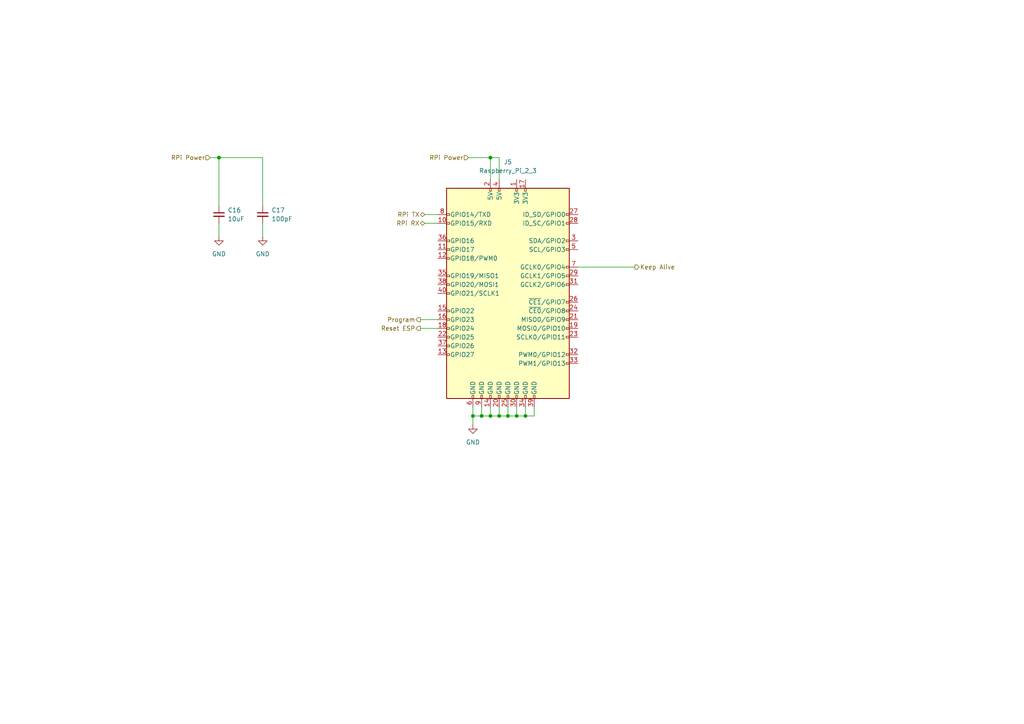
<source format=kicad_sch>
(kicad_sch (version 20210621) (generator eeschema)
  (paper "A4")
  (title_block (title "Swarmbot") (date "2021-10-10") (company "Philip McGaw"))
  (lib_symbols
    (symbol "Connector:Raspberry_Pi_2_3" (pin_names (offset 1.016))
      (property "Reference" "J" (at -17.78 31.75 0))
      (property "Value" "Raspberry_Pi_2_3" (at 10.16 -31.75 0))
      (symbol "Raspberry_Pi_2_3_0_1"
        (rectangle (start -17.78 30.48) (end 17.78 -30.48) (stroke (width 0.254)) (fill (type background)))
      )
      (symbol "Raspberry_Pi_2_3_1_1"
        (rectangle (start -16.891 -17.526) (end -17.78 -18.034))
        (rectangle (start -16.891 -14.986) (end -17.78 -15.494))
        (rectangle (start -16.891 -12.446) (end -17.78 -12.954))
        (rectangle (start -16.891 -9.906) (end -17.78 -10.414))
        (rectangle (start -16.891 -7.366) (end -17.78 -7.874))
        (rectangle (start -16.891 -4.826) (end -17.78 -5.334))
        (rectangle (start -16.891 0.254) (end -17.78 -0.254))
        (rectangle (start -16.891 2.794) (end -17.78 2.286))
        (rectangle (start -16.891 5.334) (end -17.78 4.826))
        (rectangle (start -16.891 10.414) (end -17.78 9.906))
        (rectangle (start -16.891 12.954) (end -17.78 12.446))
        (rectangle (start -16.891 15.494) (end -17.78 14.986))
        (rectangle (start -16.891 20.574) (end -17.78 20.066))
        (rectangle (start -16.891 23.114) (end -17.78 22.606))
        (rectangle (start -10.414 -29.591) (end -9.906 -30.48))
        (rectangle (start -7.874 -29.591) (end -7.366 -30.48))
        (rectangle (start -5.334 -29.591) (end -4.826 -30.48))
        (rectangle (start -5.334 30.48) (end -4.826 29.591))
        (rectangle (start -2.794 -29.591) (end -2.286 -30.48))
        (rectangle (start -2.794 30.48) (end -2.286 29.591))
        (rectangle (start -0.254 -29.591) (end 0.254 -30.48))
        (rectangle (start 2.286 -29.591) (end 2.794 -30.48))
        (rectangle (start 2.286 30.48) (end 2.794 29.591))
        (rectangle (start 4.826 -29.591) (end 5.334 -30.48))
        (rectangle (start 4.826 30.48) (end 5.334 29.591))
        (rectangle (start 7.366 -29.591) (end 7.874 -30.48))
        (rectangle (start 17.78 -20.066) (end 16.891 -20.574))
        (rectangle (start 17.78 -17.526) (end 16.891 -18.034))
        (rectangle (start 17.78 -12.446) (end 16.891 -12.954))
        (rectangle (start 17.78 -9.906) (end 16.891 -10.414))
        (rectangle (start 17.78 -7.366) (end 16.891 -7.874))
        (rectangle (start 17.78 -4.826) (end 16.891 -5.334))
        (rectangle (start 17.78 -2.286) (end 16.891 -2.794))
        (rectangle (start 17.78 2.794) (end 16.891 2.286))
        (rectangle (start 17.78 5.334) (end 16.891 4.826))
        (rectangle (start 17.78 7.874) (end 16.891 7.366))
        (rectangle (start 17.78 12.954) (end 16.891 12.446))
        (rectangle (start 17.78 15.494) (end 16.891 14.986))
        (rectangle (start 17.78 20.574) (end 16.891 20.066))
        (rectangle (start 17.78 23.114) (end 16.891 22.606))
        (pin power_in line (at 2.54 33.02 270) (length 2.54) (name "3V3") (number "1"))
        (pin bidirectional line (at -20.32 20.32 0) (length 2.54) (name "GPIO15/RXD") (number "10"))
        (pin bidirectional line (at -20.32 12.7 0) (length 2.54) (name "GPIO17") (number "11"))
        (pin bidirectional line (at -20.32 10.16 0) (length 2.54) (name "GPIO18/PWM0") (number "12"))
        (pin bidirectional line (at -20.32 -17.78 0) (length 2.54) (name "GPIO27") (number "13"))
        (pin power_in line (at -5.08 -33.02 90) (length 2.54) (name "GND") (number "14"))
        (pin bidirectional line (at -20.32 -5.08 0) (length 2.54) (name "GPIO22") (number "15"))
        (pin bidirectional line (at -20.32 -7.62 0) (length 2.54) (name "GPIO23") (number "16"))
        (pin power_in line (at 5.08 33.02 270) (length 2.54) (name "3V3") (number "17"))
        (pin bidirectional line (at -20.32 -10.16 0) (length 2.54) (name "GPIO24") (number "18"))
        (pin bidirectional line (at 20.32 -10.16 180) (length 2.54) (name "MOSI0/GPIO10") (number "19"))
        (pin power_in line (at -5.08 33.02 270) (length 2.54) (name "5V") (number "2"))
        (pin power_in line (at -2.54 -33.02 90) (length 2.54) (name "GND") (number "20"))
        (pin bidirectional line (at 20.32 -7.62 180) (length 2.54) (name "MISO0/GPIO9") (number "21"))
        (pin bidirectional line (at -20.32 -12.7 0) (length 2.54) (name "GPIO25") (number "22"))
        (pin bidirectional line (at 20.32 -12.7 180) (length 2.54) (name "SCLK0/GPIO11") (number "23"))
        (pin bidirectional line (at 20.32 -5.08 180) (length 2.54) (name "~{CE0}/GPIO8") (number "24"))
        (pin power_in line (at 0 -33.02 90) (length 2.54) (name "GND") (number "25"))
        (pin bidirectional line (at 20.32 -2.54 180) (length 2.54) (name "~{CE1}/GPIO7") (number "26"))
        (pin bidirectional line (at 20.32 22.86 180) (length 2.54) (name "ID_SD/GPIO0") (number "27"))
        (pin bidirectional line (at 20.32 20.32 180) (length 2.54) (name "ID_SC/GPIO1") (number "28"))
        (pin bidirectional line (at 20.32 5.08 180) (length 2.54) (name "GCLK1/GPIO5") (number "29"))
        (pin bidirectional line (at 20.32 15.24 180) (length 2.54) (name "SDA/GPIO2") (number "3"))
        (pin power_in line (at 2.54 -33.02 90) (length 2.54) (name "GND") (number "30"))
        (pin bidirectional line (at 20.32 2.54 180) (length 2.54) (name "GCLK2/GPIO6") (number "31"))
        (pin bidirectional line (at 20.32 -17.78 180) (length 2.54) (name "PWM0/GPIO12") (number "32"))
        (pin bidirectional line (at 20.32 -20.32 180) (length 2.54) (name "PWM1/GPIO13") (number "33"))
        (pin power_in line (at 5.08 -33.02 90) (length 2.54) (name "GND") (number "34"))
        (pin bidirectional line (at -20.32 5.08 0) (length 2.54) (name "GPIO19/MISO1") (number "35"))
        (pin bidirectional line (at -20.32 15.24 0) (length 2.54) (name "GPIO16") (number "36"))
        (pin bidirectional line (at -20.32 -15.24 0) (length 2.54) (name "GPIO26") (number "37"))
        (pin bidirectional line (at -20.32 2.54 0) (length 2.54) (name "GPIO20/MOSI1") (number "38"))
        (pin power_in line (at 7.62 -33.02 90) (length 2.54) (name "GND") (number "39"))
        (pin power_in line (at -2.54 33.02 270) (length 2.54) (name "5V") (number "4"))
        (pin bidirectional line (at -20.32 0 0) (length 2.54) (name "GPIO21/SCLK1") (number "40"))
        (pin bidirectional line (at 20.32 12.7 180) (length 2.54) (name "SCL/GPIO3") (number "5"))
        (pin power_in line (at -10.16 -33.02 90) (length 2.54) (name "GND") (number "6"))
        (pin bidirectional line (at 20.32 7.62 180) (length 2.54) (name "GCLK0/GPIO4") (number "7"))
        (pin bidirectional line (at -20.32 22.86 0) (length 2.54) (name "GPIO14/TXD") (number "8"))
        (pin power_in line (at -7.62 -33.02 90) (length 2.54) (name "GND") (number "9"))
      )
    )
    (symbol "Device:C_Small" (pin_numbers hide) (pin_names (offset 0.254) hide)
      (property "Reference" "C" (at 0.254 1.778 0))
      (property "Value" "C_Small" (at 0.254 -2.032 0))
      (symbol "C_Small_0_1"
        (polyline (pts (xy -1.524 -0.508) (xy 1.524 -0.508)) (stroke (width 0.3302)))
        (polyline (pts (xy -1.524 0.508) (xy 1.524 0.508)) (stroke (width 0.3048)))
      )
      (symbol "C_Small_1_1"
        (pin passive line (at 0 2.54 270) (length 2.032) (name "~") (number "1"))
        (pin passive line (at 0 -2.54 90) (length 2.032) (name "~") (number "2"))
      )
    )
    (symbol "power:GND" (power) (pin_names (offset 0))
      (property "Value" "GND" (at 0 -3.81 0))
      (symbol "GND_0_1"
        (polyline (pts (xy 0 0) (xy 0 -1.27) (xy 1.27 -1.27) (xy 0 -2.54) (xy -1.27 -1.27) (xy 0 -1.27)))
      )
      (symbol "GND_1_1"
        (pin power_in line (at 0 0 270) (length 0) hide (name "GND") (number "1"))
      )
    )
  )
  (junction (at 63.5 45.72))
  (junction (at 137.16 120.65))
  (junction (at 139.7 120.65))
  (junction (at 142.24 45.72))
  (junction (at 142.24 120.65))
  (junction (at 144.78 120.65))
  (junction (at 147.32 120.65))
  (junction (at 149.86 120.65))
  (junction (at 152.4 120.65))
  (wire (pts (xy 60.96 45.72) (xy 63.5 45.72)))
  (wire (pts (xy 63.5 45.72) (xy 63.5 59.69)))
  (wire (pts (xy 63.5 45.72) (xy 76.2 45.72)))
  (wire (pts (xy 63.5 64.77) (xy 63.5 68.58)))
  (wire (pts (xy 76.2 45.72) (xy 76.2 59.69)))
  (wire (pts (xy 76.2 64.77) (xy 76.2 68.58)))
  (wire (pts (xy 121.92 92.71) (xy 127 92.71)))
  (wire (pts (xy 121.92 95.25) (xy 127 95.25)))
  (wire (pts (xy 123.19 62.23) (xy 127 62.23)))
  (wire (pts (xy 123.19 64.77) (xy 127 64.77)))
  (wire (pts (xy 135.89 45.72) (xy 142.24 45.72)))
  (wire (pts (xy 137.16 118.11) (xy 137.16 120.65)))
  (wire (pts (xy 137.16 120.65) (xy 137.16 123.19)))
  (wire (pts (xy 139.7 118.11) (xy 139.7 120.65)))
  (wire (pts (xy 139.7 120.65) (xy 137.16 120.65)))
  (wire (pts (xy 142.24 45.72) (xy 142.24 52.07)))
  (wire (pts (xy 142.24 118.11) (xy 142.24 120.65)))
  (wire (pts (xy 142.24 120.65) (xy 139.7 120.65)))
  (wire (pts (xy 144.78 45.72) (xy 142.24 45.72)))
  (wire (pts (xy 144.78 52.07) (xy 144.78 45.72)))
  (wire (pts (xy 144.78 118.11) (xy 144.78 120.65)))
  (wire (pts (xy 144.78 120.65) (xy 142.24 120.65)))
  (wire (pts (xy 147.32 118.11) (xy 147.32 120.65)))
  (wire (pts (xy 147.32 120.65) (xy 144.78 120.65)))
  (wire (pts (xy 149.86 118.11) (xy 149.86 120.65)))
  (wire (pts (xy 149.86 120.65) (xy 147.32 120.65)))
  (wire (pts (xy 152.4 118.11) (xy 152.4 120.65)))
  (wire (pts (xy 152.4 120.65) (xy 149.86 120.65)))
  (wire (pts (xy 154.94 118.11) (xy 154.94 120.65)))
  (wire (pts (xy 154.94 120.65) (xy 152.4 120.65)))
  (wire (pts (xy 167.64 77.47) (xy 184.15 77.47)))
  (hierarchical_label "RPi Power" (shape input) (at 60.96 45.72 180))
  (hierarchical_label "Program" (shape output) (at 121.92 92.71 180))
  (hierarchical_label "Reset ESP" (shape output) (at 121.92 95.25 180))
  (hierarchical_label "RPi TX" (shape bidirectional) (at 123.19 62.23 180))
  (hierarchical_label "RPi RX" (shape bidirectional) (at 123.19 64.77 180))
  (hierarchical_label "RPi Power" (shape input) (at 135.89 45.72 180))
  (hierarchical_label "Keep Alive" (shape output) (at 184.15 77.47 0))
  (symbol (lib_id "power:GND") (at 63.5 68.58 0) (unit 1)
    (property "Reference" "#PWR052" (effects hide))
    (property "Value" "GND" (at 63.5 73.66 0))
  )
  (symbol (lib_id "power:GND") (at 76.2 68.58 0) (unit 1)
    (property "Reference" "#PWR053" (effects hide))
    (property "Value" "GND" (at 76.2 73.66 0))
  )
  (symbol (lib_id "power:GND") (at 137.16 123.19 0) (unit 1)
    (property "Reference" "#PWR054" (effects hide))
    (property "Value" "GND" (at 137.16 128.27 0))
  )
  (symbol (lib_id "Device:C_Small") (at 63.5 62.23 0) (unit 1)
    (property "Reference" "C16" (at 66.04 60.9599 0) (effects (justify left)))
    (property "Value" "10uF" (at 66.04 63.4999 0) (effects (justify left)))
    (property "Footprint" "Capacitor_SMD:C_0805_2012Metric_Pad1.18x1.45mm_HandSolder" (effects hide))
  )
  (symbol (lib_id "Device:C_Small") (at 76.2 62.23 0) (unit 1)
    (property "Reference" "C17" (at 78.74 60.9599 0) (effects (justify left)))
    (property "Value" "100pF" (at 78.74 63.4999 0) (effects (justify left)))
    (property "Footprint" "Capacitor_SMD:C_0805_2012Metric_Pad1.18x1.45mm_HandSolder" (effects hide))
  )
  (symbol (lib_id "Connector:Raspberry_Pi_2_3") (at 147.32 85.09 0) (unit 1)
    (property "Reference" "J5" (at 147.32 46.99 0))
    (property "Value" "Raspberry_Pi_2_3" (at 147.32 49.53 0))
    (property "Footprint" "Connector_PinHeader_2.54mm:PinHeader_2x20_P2.54mm_Vertical" (effects hide))
    (property "Datasheet" "https://www.raspberrypi.org/documentation/hardware/raspberrypi/schematics/rpi_SCH_3bplus_1p0_reduced.pdf" (effects hide))
  )
)
</source>
